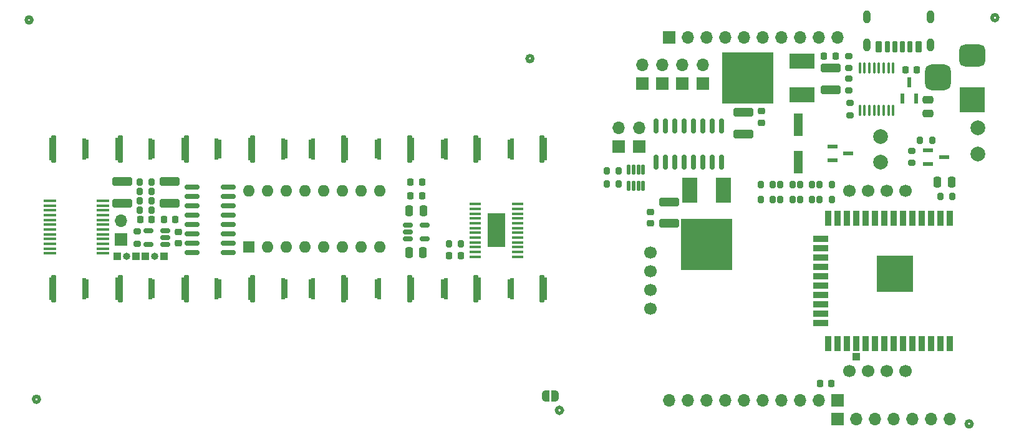
<source format=gts>
G04 #@! TF.GenerationSoftware,KiCad,Pcbnew,(6.0.5-0)*
G04 #@! TF.CreationDate,2022-10-09T22:32:15+09:00*
G04 #@! TF.ProjectId,qLAMP-main,714c414d-502d-46d6-9169-6e2e6b696361,rev?*
G04 #@! TF.SameCoordinates,Original*
G04 #@! TF.FileFunction,Soldermask,Top*
G04 #@! TF.FilePolarity,Negative*
%FSLAX46Y46*%
G04 Gerber Fmt 4.6, Leading zero omitted, Abs format (unit mm)*
G04 Created by KiCad (PCBNEW (6.0.5-0)) date 2022-10-09 22:32:15*
%MOMM*%
%LPD*%
G01*
G04 APERTURE LIST*
G04 Aperture macros list*
%AMRoundRect*
0 Rectangle with rounded corners*
0 $1 Rounding radius*
0 $2 $3 $4 $5 $6 $7 $8 $9 X,Y pos of 4 corners*
0 Add a 4 corners polygon primitive as box body*
4,1,4,$2,$3,$4,$5,$6,$7,$8,$9,$2,$3,0*
0 Add four circle primitives for the rounded corners*
1,1,$1+$1,$2,$3*
1,1,$1+$1,$4,$5*
1,1,$1+$1,$6,$7*
1,1,$1+$1,$8,$9*
0 Add four rect primitives between the rounded corners*
20,1,$1+$1,$2,$3,$4,$5,0*
20,1,$1+$1,$4,$5,$6,$7,0*
20,1,$1+$1,$6,$7,$8,$9,0*
20,1,$1+$1,$8,$9,$2,$3,0*%
%AMFreePoly0*
4,1,22,0.500000,-0.750000,0.000000,-0.750000,0.000000,-0.745033,-0.079941,-0.743568,-0.215256,-0.701293,-0.333266,-0.622738,-0.424486,-0.514219,-0.481581,-0.384460,-0.499164,-0.250000,-0.500000,-0.250000,-0.500000,0.250000,-0.499164,0.250000,-0.499963,0.256109,-0.478152,0.396186,-0.417904,0.524511,-0.324060,0.630769,-0.204165,0.706417,-0.067858,0.745374,0.000000,0.744959,0.000000,0.750000,
0.500000,0.750000,0.500000,-0.750000,0.500000,-0.750000,$1*%
%AMFreePoly1*
4,1,20,0.000000,0.744959,0.073905,0.744508,0.209726,0.703889,0.328688,0.626782,0.421226,0.519385,0.479903,0.390333,0.500000,0.250000,0.500000,-0.250000,0.499851,-0.262216,0.476331,-0.402017,0.414519,-0.529596,0.319384,-0.634700,0.198574,-0.708877,0.061801,-0.746166,0.000000,-0.745033,0.000000,-0.750000,-0.500000,-0.750000,-0.500000,0.750000,0.000000,0.750000,0.000000,0.744959,
0.000000,0.744959,$1*%
G04 Aperture macros list end*
%ADD10C,0.475000*%
%ADD11C,2.000000*%
%ADD12FreePoly0,180.000000*%
%ADD13FreePoly1,180.000000*%
%ADD14RoundRect,0.100000X-0.100000X0.637500X-0.100000X-0.637500X0.100000X-0.637500X0.100000X0.637500X0*%
%ADD15RoundRect,0.150000X-0.512500X-0.150000X0.512500X-0.150000X0.512500X0.150000X-0.512500X0.150000X0*%
%ADD16RoundRect,0.250000X-0.250000X-0.475000X0.250000X-0.475000X0.250000X0.475000X-0.250000X0.475000X0*%
%ADD17R,1.219200X3.098800*%
%ADD18RoundRect,0.225000X-0.225000X-0.250000X0.225000X-0.250000X0.225000X0.250000X-0.225000X0.250000X0*%
%ADD19RoundRect,0.250000X1.100000X-0.325000X1.100000X0.325000X-1.100000X0.325000X-1.100000X-0.325000X0*%
%ADD20RoundRect,0.225000X0.250000X-0.225000X0.250000X0.225000X-0.250000X0.225000X-0.250000X-0.225000X0*%
%ADD21RoundRect,0.250000X-1.100000X0.325000X-1.100000X-0.325000X1.100000X-0.325000X1.100000X0.325000X0*%
%ADD22RoundRect,0.225000X-0.250000X0.225000X-0.250000X-0.225000X0.250000X-0.225000X0.250000X0.225000X0*%
%ADD23RoundRect,0.250000X0.250000X0.475000X-0.250000X0.475000X-0.250000X-0.475000X0.250000X-0.475000X0*%
%ADD24RoundRect,0.069795X0.765205X0.109794X-0.765205X0.109794X-0.765205X-0.109794X0.765205X-0.109794X0*%
%ADD25RoundRect,0.109795X0.109795X-0.552705X0.109795X0.552705X-0.109795X0.552705X-0.109795X-0.552705X0*%
%ADD26RoundRect,0.150000X0.512500X0.150000X-0.512500X0.150000X-0.512500X-0.150000X0.512500X-0.150000X0*%
%ADD27RoundRect,0.200000X-0.200000X-0.275000X0.200000X-0.275000X0.200000X0.275000X-0.200000X0.275000X0*%
%ADD28RoundRect,0.150000X-0.150000X0.825000X-0.150000X-0.825000X0.150000X-0.825000X0.150000X0.825000X0*%
%ADD29R,1.320800X0.558800*%
%ADD30R,0.558800X1.320800*%
%ADD31R,2.400000X4.680000*%
%ADD32RoundRect,0.100000X0.687500X0.100000X-0.687500X0.100000X-0.687500X-0.100000X0.687500X-0.100000X0*%
%ADD33RoundRect,0.200000X0.200000X0.275000X-0.200000X0.275000X-0.200000X-0.275000X0.200000X-0.275000X0*%
%ADD34R,1.700000X1.700000*%
%ADD35O,1.700000X1.700000*%
%ADD36RoundRect,0.200000X-0.275000X0.200000X-0.275000X-0.200000X0.275000X-0.200000X0.275000X0.200000X0*%
%ADD37RoundRect,0.225000X0.225000X0.250000X-0.225000X0.250000X-0.225000X-0.250000X0.225000X-0.250000X0*%
%ADD38R,3.500000X3.500000*%
%ADD39RoundRect,0.750000X-1.000000X0.750000X-1.000000X-0.750000X1.000000X-0.750000X1.000000X0.750000X0*%
%ADD40RoundRect,0.875000X-0.875000X0.875000X-0.875000X-0.875000X0.875000X-0.875000X0.875000X0.875000X0*%
%ADD41RoundRect,0.030000X0.265000X1.780000X-0.265000X1.780000X-0.265000X-1.780000X0.265000X-1.780000X0*%
%ADD42RoundRect,0.180000X0.270000X1.370000X-0.270000X1.370000X-0.270000X-1.370000X0.270000X-1.370000X0*%
%ADD43RoundRect,0.030000X0.205000X1.420000X-0.205000X1.420000X-0.205000X-1.420000X0.205000X-1.420000X0*%
%ADD44RoundRect,0.180000X0.270000X1.120000X-0.270000X1.120000X-0.270000X-1.120000X0.270000X-1.120000X0*%
%ADD45RoundRect,0.180000X-0.270000X-1.370000X0.270000X-1.370000X0.270000X1.370000X-0.270000X1.370000X0*%
%ADD46RoundRect,0.030000X-0.265000X-1.780000X0.265000X-1.780000X0.265000X1.780000X-0.265000X1.780000X0*%
%ADD47RoundRect,0.030000X-0.205000X-1.420000X0.205000X-1.420000X0.205000X1.420000X-0.205000X1.420000X0*%
%ADD48RoundRect,0.180000X-0.270000X-1.120000X0.270000X-1.120000X0.270000X1.120000X-0.270000X1.120000X0*%
%ADD49C,1.700000*%
%ADD50RoundRect,0.100000X0.250000X0.650000X-0.250000X0.650000X-0.250000X-0.650000X0.250000X-0.650000X0*%
%ADD51RoundRect,0.100000X0.300000X0.650000X-0.300000X0.650000X-0.300000X-0.650000X0.300000X-0.650000X0*%
%ADD52O,1.000000X1.800000*%
%ADD53RoundRect,0.150000X-0.825000X-0.150000X0.825000X-0.150000X0.825000X0.150000X-0.825000X0.150000X0*%
%ADD54RoundRect,0.250000X0.475000X-0.250000X0.475000X0.250000X-0.475000X0.250000X-0.475000X-0.250000X0*%
%ADD55R,0.900000X2.000000*%
%ADD56R,2.000000X0.900000*%
%ADD57R,5.000000X5.000000*%
%ADD58R,3.500000X2.000000*%
%ADD59R,7.000000X7.000000*%
%ADD60R,1.600000X1.600000*%
%ADD61O,1.600000X1.600000*%
%ADD62R,2.000000X3.500000*%
%ADD63RoundRect,0.200000X0.275000X-0.200000X0.275000X0.200000X-0.275000X0.200000X-0.275000X-0.200000X0*%
%ADD64R,1.000000X1.000000*%
%ADD65O,1.000000X1.000000*%
G04 APERTURE END LIST*
D10*
X77636000Y-126500000D02*
G75*
G03*
X77636000Y-126500000I-400000J0D01*
G01*
X76636000Y-75000000D02*
G75*
G03*
X76636000Y-75000000I-400000J0D01*
G01*
X148636000Y-128000000D02*
G75*
G03*
X148636000Y-128000000I-400000J0D01*
G01*
X204260000Y-129840000D02*
G75*
G03*
X204260000Y-129840000I-400000J0D01*
G01*
X144638200Y-80249000D02*
G75*
G03*
X144638200Y-80249000I-400000J0D01*
G01*
X207750000Y-74695000D02*
G75*
G03*
X207750000Y-74695000I-400000J0D01*
G01*
D11*
X205069999Y-89680009D03*
X205069999Y-93180009D03*
D12*
X147660000Y-126030000D03*
D13*
X146360000Y-126030000D03*
D14*
X193553292Y-81537300D03*
X192903292Y-81537300D03*
X192253292Y-81537300D03*
X191603292Y-81537300D03*
X190953292Y-81537300D03*
X190303292Y-81537300D03*
X189653292Y-81537300D03*
X189003292Y-81537300D03*
X189003292Y-87262300D03*
X189653292Y-87262300D03*
X190303292Y-87262300D03*
X190953292Y-87262300D03*
X191603292Y-87262300D03*
X192253292Y-87262300D03*
X192903292Y-87262300D03*
X193553292Y-87262300D03*
D15*
X127665878Y-102840011D03*
X127665878Y-103790011D03*
X127665878Y-104740011D03*
X129940878Y-104740011D03*
X129940878Y-102840011D03*
D16*
X127853378Y-100919989D03*
X129753378Y-100919989D03*
D17*
X180659989Y-89207289D03*
X180659989Y-94312689D03*
D18*
X128028376Y-98850000D03*
X129578376Y-98850000D03*
D19*
X173230000Y-90475000D03*
X173230000Y-87525000D03*
D20*
X175700000Y-88945000D03*
X175700000Y-87395000D03*
D21*
X185060000Y-81515000D03*
X185060000Y-84465000D03*
D22*
X160570000Y-101065000D03*
X160570000Y-102615000D03*
D23*
X129733376Y-106560000D03*
X127833376Y-106560000D03*
D18*
X195195000Y-81780000D03*
X196745000Y-81780000D03*
D19*
X95290005Y-99884989D03*
X95290005Y-96934989D03*
D11*
X191850010Y-90799996D03*
X191850010Y-94299996D03*
D24*
X86295999Y-106695011D03*
X86295999Y-106045013D03*
X86295999Y-105395012D03*
X86295999Y-104745012D03*
X86295999Y-104095012D03*
X86295999Y-103445012D03*
X86295999Y-102795012D03*
X86295999Y-102145012D03*
X86295999Y-101495012D03*
X86295999Y-100845012D03*
X86295999Y-100195011D03*
X86295999Y-99545013D03*
X79095999Y-99545013D03*
X79095999Y-100195011D03*
X79095999Y-100845012D03*
X79095999Y-101495012D03*
X79095999Y-102145012D03*
X79095999Y-102795012D03*
X79095999Y-103445012D03*
X79095999Y-104095012D03*
X79095999Y-104745012D03*
X79095999Y-105395012D03*
X79095999Y-106045013D03*
X79095999Y-106695011D03*
D22*
X96469200Y-103754992D03*
X96469200Y-105304992D03*
D18*
X183625000Y-124360000D03*
X185175000Y-124360000D03*
X91300000Y-102108000D03*
X92850000Y-102108000D03*
D25*
X157664993Y-97555900D03*
X158314993Y-97555900D03*
X158964993Y-97555900D03*
X159614993Y-97555900D03*
X159614993Y-95280900D03*
X158964993Y-95280900D03*
X158314993Y-95280900D03*
X157664993Y-95280900D03*
D26*
X94736500Y-105479992D03*
X94736500Y-104529992D03*
X94736500Y-103579992D03*
X92461500Y-103579992D03*
X92461500Y-105479992D03*
D27*
X154665012Y-95529400D03*
X156315012Y-95529400D03*
X154665012Y-97307400D03*
X156315012Y-97307400D03*
D28*
X170255000Y-89375000D03*
X168985000Y-89375000D03*
X167715000Y-89375000D03*
X166445000Y-89375000D03*
X165175000Y-89375000D03*
X163905000Y-89375000D03*
X162635000Y-89375000D03*
X161365000Y-89375000D03*
X161365000Y-94325000D03*
X162635000Y-94325000D03*
X163905000Y-94325000D03*
X165175000Y-94325000D03*
X166445000Y-94325000D03*
X167715000Y-94325000D03*
X168985000Y-94325000D03*
X170255000Y-94325000D03*
D18*
X128028376Y-97050000D03*
X129578376Y-97050000D03*
D29*
X198277800Y-92670200D03*
X198277800Y-94549800D03*
X200462200Y-93610000D03*
X185287800Y-92210200D03*
X185287800Y-94089800D03*
X187472200Y-93150000D03*
D30*
X194820200Y-85652200D03*
X196699800Y-85652200D03*
X195760000Y-83467800D03*
D31*
X139677500Y-103573000D03*
D32*
X142540000Y-107148000D03*
X142540000Y-106498000D03*
X142540000Y-105848000D03*
X142540000Y-105198000D03*
X142540000Y-104548000D03*
X142540000Y-103898000D03*
X142540000Y-103248000D03*
X142540000Y-102598000D03*
X142540000Y-101948000D03*
X142540000Y-101298000D03*
X142540000Y-100648000D03*
X142540000Y-99998000D03*
X136815000Y-99998000D03*
X136815000Y-100648000D03*
X136815000Y-101298000D03*
X136815000Y-101948000D03*
X136815000Y-102598000D03*
X136815000Y-103248000D03*
X136815000Y-103898000D03*
X136815000Y-104548000D03*
X136815000Y-105198000D03*
X136815000Y-105848000D03*
X136815000Y-106498000D03*
X136815000Y-107148000D03*
D33*
X185226000Y-97360000D03*
X183576000Y-97360000D03*
D23*
X201475000Y-97020000D03*
X199575000Y-97020000D03*
D34*
X156300000Y-92185000D03*
D35*
X156300000Y-89645000D03*
D34*
X167669979Y-83629999D03*
D35*
X167669979Y-81089999D03*
D34*
X159479978Y-83629999D03*
D35*
X159479978Y-81089999D03*
D34*
X162210000Y-83630000D03*
D35*
X162210000Y-81090000D03*
D34*
X164939987Y-83629999D03*
D35*
X164939987Y-81089999D03*
D34*
X159030010Y-92185007D03*
D35*
X159030010Y-89645007D03*
D33*
X198845000Y-91305000D03*
X197195000Y-91305000D03*
D27*
X175575000Y-97360000D03*
X177225000Y-97360000D03*
D36*
X187500006Y-79896200D03*
X187500006Y-81546200D03*
X187500006Y-82944200D03*
X187500006Y-84594200D03*
X196100000Y-92745000D03*
X196100000Y-94395000D03*
D27*
X178242000Y-97360000D03*
X179892000Y-97360000D03*
D33*
X134865000Y-105430000D03*
X133215000Y-105430000D03*
X201575000Y-98940000D03*
X199925000Y-98940000D03*
D36*
X187680000Y-86275000D03*
X187680000Y-87925000D03*
D37*
X134815000Y-107000000D03*
X133265000Y-107000000D03*
D21*
X163100000Y-99685000D03*
X163100000Y-102635000D03*
D18*
X184175000Y-79870000D03*
X185725000Y-79870000D03*
D38*
X204295781Y-85809811D03*
D39*
X204295781Y-79809811D03*
D40*
X199595781Y-82809811D03*
D27*
X183576000Y-99392000D03*
X185226000Y-99392000D03*
D41*
X127902203Y-111501631D03*
D42*
X128122203Y-111501631D03*
D43*
X123807203Y-111501631D03*
D44*
X123592203Y-111501631D03*
D41*
X136902211Y-92502076D03*
D42*
X137122211Y-92502076D03*
D43*
X132807211Y-92502076D03*
D44*
X132592211Y-92502076D03*
D45*
X97372215Y-111501631D03*
D46*
X97592215Y-111501631D03*
D47*
X101687215Y-111501631D03*
D48*
X101902215Y-111501631D03*
D49*
X187611004Y-98175013D03*
X190151003Y-98175006D03*
X192691003Y-98175006D03*
X195231003Y-98175006D03*
X187611003Y-122675006D03*
X190151003Y-122675006D03*
X192691003Y-122675006D03*
X195231003Y-122675006D03*
X160611003Y-106615006D03*
X160611003Y-109155006D03*
X160611003Y-111695006D03*
X160611003Y-114235006D03*
D46*
X97592215Y-92502076D03*
D45*
X97372215Y-92502076D03*
D47*
X101687215Y-92502076D03*
D48*
X101902215Y-92502076D03*
D33*
X179892000Y-99392000D03*
X178242000Y-99392000D03*
D50*
X194788290Y-78669782D03*
X192788290Y-78669782D03*
D51*
X191588290Y-78669782D03*
D50*
X193788290Y-78669782D03*
X195788290Y-78669782D03*
D51*
X196988290Y-78669782D03*
D52*
X198608290Y-78419782D03*
X198608290Y-74619782D03*
X189968290Y-78419782D03*
X189968290Y-74619782D03*
D21*
X88859995Y-96934989D03*
X88859995Y-99884989D03*
D53*
X98325000Y-97665000D03*
X98325000Y-98935000D03*
X98325000Y-100205000D03*
X98325000Y-101475000D03*
X98325000Y-102745000D03*
X98325000Y-104015000D03*
X98325000Y-105285000D03*
X98325000Y-106555000D03*
X103275000Y-106555000D03*
X103275000Y-105285000D03*
X103275000Y-104015000D03*
X103275000Y-102745000D03*
X103275000Y-101475000D03*
X103275000Y-100205000D03*
X103275000Y-98935000D03*
X103275000Y-97665000D03*
D34*
X186001000Y-126628000D03*
D35*
X183461000Y-126628000D03*
X180921000Y-126628000D03*
X178381000Y-126628000D03*
X175841000Y-126628000D03*
X173301000Y-126628000D03*
X170761000Y-126628000D03*
X168221000Y-126628000D03*
X165681000Y-126628000D03*
X163141000Y-126628000D03*
D45*
X79372200Y-111501631D03*
D46*
X79592200Y-111501631D03*
D47*
X83687200Y-111501631D03*
D48*
X83902200Y-111501631D03*
D42*
X119122221Y-111501631D03*
D41*
X118902221Y-111501631D03*
D43*
X114807221Y-111501631D03*
D44*
X114592221Y-111501631D03*
D46*
X106592222Y-111501631D03*
D45*
X106372222Y-111501631D03*
D47*
X110687222Y-111501631D03*
D48*
X110902222Y-111501631D03*
D33*
X92900000Y-99568000D03*
X91250000Y-99568000D03*
X92900000Y-97028000D03*
X91250000Y-97028000D03*
D41*
X118902221Y-92502076D03*
D42*
X119122221Y-92502076D03*
D43*
X114807221Y-92502076D03*
D44*
X114592221Y-92502076D03*
D45*
X106372222Y-92502076D03*
D46*
X106592222Y-92502076D03*
D47*
X110687222Y-92502076D03*
D48*
X110902222Y-92502076D03*
D54*
X198308292Y-87719800D03*
X198308292Y-85819800D03*
D55*
X201261000Y-101920000D03*
X199991000Y-101920000D03*
X198721000Y-101920000D03*
X197451000Y-101920000D03*
X196181000Y-101920000D03*
X194911000Y-101920000D03*
X193641000Y-101920000D03*
X192371000Y-101920000D03*
X191101000Y-101920000D03*
X189831000Y-101920000D03*
X188561000Y-101920000D03*
X187291000Y-101920000D03*
X186021000Y-101920000D03*
X184751000Y-101920000D03*
D56*
X183751000Y-104705000D03*
X183751000Y-105975000D03*
X183751000Y-107245000D03*
X183751000Y-108515000D03*
X183751000Y-109785000D03*
X183751000Y-111055000D03*
X183751000Y-112325000D03*
X183751000Y-113595000D03*
X183751000Y-114865000D03*
X183751000Y-116135000D03*
D55*
X184751000Y-118920000D03*
X186021000Y-118920000D03*
X187291000Y-118920000D03*
X188561000Y-118920000D03*
X189831000Y-118920000D03*
X191101000Y-118920000D03*
X192371000Y-118920000D03*
X193641000Y-118920000D03*
X194911000Y-118920000D03*
X196181000Y-118920000D03*
X197451000Y-118920000D03*
X198721000Y-118920000D03*
X199991000Y-118920000D03*
X201261000Y-118920000D03*
D57*
X193761000Y-109420000D03*
D34*
X186001000Y-129199996D03*
D35*
X188541000Y-129199996D03*
X191081000Y-129199996D03*
X193621000Y-129199996D03*
X196161000Y-129199996D03*
X198701000Y-129199996D03*
X201241000Y-129199996D03*
D33*
X182559000Y-97360000D03*
X180909000Y-97360000D03*
D46*
X88592208Y-111501631D03*
D45*
X88372208Y-111501631D03*
D48*
X92902208Y-111501631D03*
D47*
X92687208Y-111501631D03*
D42*
X128122203Y-92502076D03*
D41*
X127902203Y-92502076D03*
D44*
X123592203Y-92502076D03*
D43*
X123807203Y-92502076D03*
D34*
X163141000Y-77372000D03*
D35*
X165681000Y-77372000D03*
X168221000Y-77372000D03*
X170761000Y-77372000D03*
X173301000Y-77372000D03*
X175841000Y-77372000D03*
X178381000Y-77372000D03*
X180921000Y-77372000D03*
X183461000Y-77372000D03*
X186001000Y-77372000D03*
D37*
X96065005Y-102108000D03*
X94515005Y-102108000D03*
D27*
X91250000Y-98298000D03*
X92900000Y-98298000D03*
D42*
X146122218Y-111501631D03*
D41*
X145902218Y-111501631D03*
D43*
X141807218Y-111501631D03*
D44*
X141592218Y-111501631D03*
D33*
X177225000Y-99392000D03*
X175575000Y-99392000D03*
D58*
X181165000Y-85190000D03*
X181165000Y-80610000D03*
D59*
X173765000Y-82890000D03*
D60*
X106029989Y-105809999D03*
D61*
X108569989Y-105809999D03*
X111109989Y-105809999D03*
X113649989Y-105809999D03*
X116189989Y-105809999D03*
X118729989Y-105809999D03*
X121269989Y-105809999D03*
X123809989Y-105809999D03*
X123809989Y-98189999D03*
X121269989Y-98189999D03*
X118729989Y-98189999D03*
X116189989Y-98189999D03*
X113649989Y-98189999D03*
X111109989Y-98189999D03*
X108569989Y-98189999D03*
X106029989Y-98189999D03*
D33*
X92900000Y-100838000D03*
X91250000Y-100838000D03*
D62*
X170480000Y-98085000D03*
X165900000Y-98085000D03*
D59*
X168180000Y-105485000D03*
D63*
X90932000Y-105354992D03*
X90932000Y-103704992D03*
D45*
X88372208Y-92502076D03*
D46*
X88592208Y-92502076D03*
D47*
X92687208Y-92502076D03*
D48*
X92902208Y-92502076D03*
D42*
X146122218Y-92502076D03*
D41*
X145902218Y-92502076D03*
D43*
X141807218Y-92502076D03*
D44*
X141592218Y-92502076D03*
D45*
X79372200Y-92502076D03*
D46*
X79592200Y-92502076D03*
D48*
X83902200Y-92502076D03*
D47*
X83687200Y-92502076D03*
D34*
X88719990Y-104785008D03*
D35*
X88719990Y-102245008D03*
D27*
X180909000Y-99392000D03*
X182559000Y-99392000D03*
D41*
X136902211Y-111501631D03*
D42*
X137122211Y-111501631D03*
D44*
X132592211Y-111501631D03*
D43*
X132807211Y-111501631D03*
D64*
X88240000Y-107050000D03*
X94590006Y-107050002D03*
X188560000Y-120700000D03*
X90780000Y-107050000D03*
D65*
X89510000Y-107050000D03*
D64*
X92050000Y-107050000D03*
D65*
X93320000Y-107050000D03*
M02*

</source>
